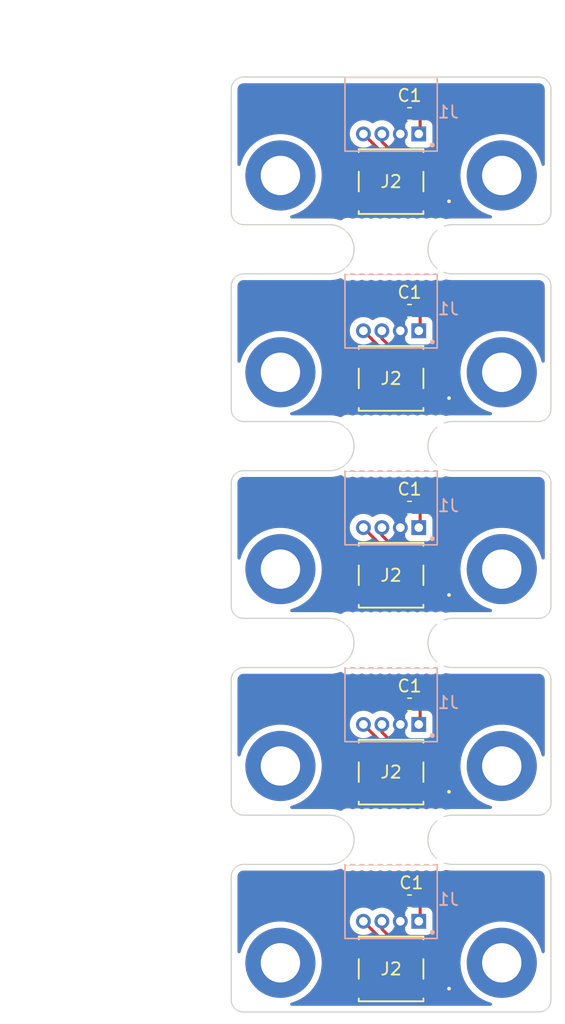
<source format=kicad_pcb>
(kicad_pcb (version 20211014) (generator pcbnew)
  (layers (0 "F.Cu" signal) (31 "B.Cu" signal) (34 "B.Paste" user) (35 "F.Paste" user) (36 "B.SilkS" user "B.Silkscreen") (37 "F.SilkS" user "F.Silkscreen") (38 "B.Mask" user) (39 "F.Mask" user) (44 "Edge.Cuts" user))
  (net 0 "")
  (net 1 "+5V")
  (net 2 "GND")
  (net 3 "/DIN")
  (net 4 "/DOUT")
  (footprint "LED-module:stamphole_4x10" (layer "F.Cu") (at 150.7305 77.004839)
    (fp_text reference "REF**" hide)
    (fp_text value "stamphole_4x10")
    (pad "" np_thru_hole circle (at 9 -3.75) (size 0.6 0.6) (drill 0.6) (layers *.Cu *.Mask))
    (pad "" np_thru_hole circle (at 9 -0.25) (size 0.6 0.6) (drill 0.6) (layers *.Cu *.Mask))
    (pad "" np_thru_hole circle (at 6.75 -3.75) (size 0.6 0.6) (drill 0.6) (layers *.Cu *.Mask))
    (pad "" np_thru_hole circle (at 3.75 -0.25) (size 0.6 0.6) (drill 0.6) (layers *.Cu *.Mask))
    (pad "" np_thru_hole circle (at 8.25 -0.25) (size 0.6 0.6) (drill 0.6) (layers *.Cu *.Mask))
    (pad "" np_thru_hole circle (at 4.5 -3.75) (size 0.6 0.6) (drill 0.6) (layers *.Cu *.Mask))
    (pad "" np_thru_hole circle (at 6 -3.75) (size 0.6 0.6) (drill 0.6) (layers *.Cu *.Mask))
    (pad "" np_thru_hole circle (at 5.25 -3.75) (size 0.6 0.6) (drill 0.6) (layers *.Cu *.Mask))
    (pad "" np_thru_hole circle (at 4.5 -0.25) (size 0.6 0.6) (drill 0.6) (layers *.Cu *.Mask))
    (pad "" np_thru_hole circle (at 2.25 -3.75) (size 0.6 0.6) (drill 0.6) (layers *.Cu *.Mask))
    (pad "" np_thru_hole circle (at 3.75 -3.75) (size 0.6 0.6) (drill 0.6) (layers *.Cu *.Mask))
    (pad "" np_thru_hole circle (at 2.25 -0.25) (size 0.6 0.6) (drill 0.6) (layers *.Cu *.Mask))
    (pad "" np_thru_hole circle (at 7.5 -0.25) (size 0.6 0.6) (drill 0.6) (layers *.Cu *.Mask))
    (pad "" np_thru_hole circle (at 7.5 -3.75) (size 0.6 0.6) (drill 0.6) (layers *.Cu *.Mask))
    (pad "" np_thru_hole circle (at 8.25 -3.75) (size 0.6 0.6) (drill 0.6) (layers *.Cu *.Mask))
    (pad "" np_thru_hole circle (at 6 -0.25) (size 0.6 0.6) (drill 0.6) (layers *.Cu *.Mask))
    (pad "" np_thru_hole circle (at 6.75 -0.25) (size 0.6 0.6) (drill 0.6) (layers *.Cu *.Mask))
    (pad "" np_thru_hole circle (at 1.5 -3.75) (size 0.6 0.6) (drill 0.6) (layers *.Cu *.Mask))
    (pad "" np_thru_hole circle (at 1.5 -0.25) (size 0.6 0.6) (drill 0.6) (layers *.Cu *.Mask))
    (pad "" np_thru_hole circle (at 3 -0.25) (size 0.6 0.6) (drill 0.6) (layers *.Cu *.Mask))
    (pad "" np_thru_hole circle (at 5.25 -0.25) (size 0.6 0.6) (drill 0.6) (layers *.Cu *.Mask))
    (pad "" np_thru_hole circle (at 3 -3.75) (size 0.6 0.6) (drill 0.6) (layers *.Cu *.Mask))
  )
  (footprint "LED-module:LED_2758_ADA" (layer "F.Cu") (at 155.7305 133.504839 180)
    (fp_text reference "J2" (at 0 0 unlocked) (layer "F.SilkS"))
    (fp_text value "Conn_02x02_Counter_Clockwise")
    (fp_line (start -2.6289 2.402639) (end -2.6289 2.6289) (layer "F.SilkS") (width 0.1524))
    (fp_line (start -2.6289 -2.6289) (end -2.6289 -2.402639) (layer "F.SilkS") (width 0.1524))
    (fp_line (start 2.6289 2.6289) (end 2.6289 2.402639) (layer "F.SilkS") (width 0.1524))
    (fp_line (start 2.6289 0.797359) (end 2.6289 -0.797359) (layer "F.SilkS") (width 0.1524))
    (fp_line (start 2.6289 -2.6289) (end -2.6289 -2.6289) (layer "F.SilkS") (width 0.1524))
    (fp_line (start -2.6289 2.6289) (end 2.6289 2.6289) (layer "F.SilkS") (width 0.1524))
    (fp_line (start -2.6289 -0.797359) (end -2.6289 0.797359) (layer "F.SilkS") (width 0.1524))
    (fp_line (start 2.6289 -2.402639) (end 2.6289 -2.6289) (layer "F.SilkS") (width 0.1524))
    (fp_circle (center -4.711501 -1.600001) (end -4.635301 -1.600001) (layer "F.SilkS") (width 0.1524) (fill none))
    (pad "1" smd rect (at -2.3622 -1.599999 180) (size 1.2954 0.9398) (layers "F.Cu" "F.Paste" "F.Mask") (net 1 "+5V"))
    (pad "2" smd rect (at -2.3622 1.599999 180) (size 1.2954 0.9398) (layers "F.Cu" "F.Paste" "F.Mask") (net 4 "/DOUT"))
    (pad "3" smd rect (at 2.3622 1.599999 180) (size 1.2954 0.9398) (layers "F.Cu" "F.Paste" "F.Mask") (net 2 "GND"))
    (pad "4" smd rect (at 2.3622 -1.599999 180) (size 1.2954 0.9398) (layers "F.Cu" "F.Paste" "F.Mask") (net 3 "/DIN"))
  )
  (footprint "LED-module:LED_2758_ADA" (layer "F.Cu") (at 155.7305 69.504839 180)
    (fp_text reference "J2" (at 0 0 unlocked) (layer "F.SilkS"))
    (fp_text value "Conn_02x02_Counter_Clockwise")
    (fp_line (start 2.6289 0.797359) (end 2.6289 -0.797359) (layer "F.SilkS") (width 0.1524))
    (fp_line (start 2.6289 2.6289) (end 2.6289 2.402639) (layer "F.SilkS") (width 0.1524))
    (fp_line (start 2.6289 -2.402639) (end 2.6289 -2.6289) (layer "F.SilkS") (width 0.1524))
    (fp_line (start -2.6289 -0.797359) (end -2.6289 0.797359) (layer "F.SilkS") (width 0.1524))
    (fp_line (start -2.6289 -2.6289) (end -2.6289 -2.402639) (layer "F.SilkS") (width 0.1524))
    (fp_line (start 2.6289 -2.6289) (end -2.6289 -2.6289) (layer "F.SilkS") (width 0.1524))
    (fp_line (start -2.6289 2.6289) (end 2.6289 2.6289) (layer "F.SilkS") (width 0.1524))
    (fp_line (start -2.6289 2.402639) (end -2.6289 2.6289) (layer "F.SilkS") (width 0.1524))
    (fp_circle (center -4.711501 -1.600001) (end -4.635301 -1.600001) (layer "F.SilkS") (width 0.1524) (fill none))
    (pad "1" smd rect (at -2.3622 -1.599999 180) (size 1.2954 0.9398) (layers "F.Cu" "F.Paste" "F.Mask") (net 1 "+5V"))
    (pad "2" smd rect (at -2.3622 1.599999 180) (size 1.2954 0.9398) (layers "F.Cu" "F.Paste" "F.Mask") (net 4 "/DOUT"))
    (pad "3" smd rect (at 2.3622 1.599999 180) (size 1.2954 0.9398) (layers "F.Cu" "F.Paste" "F.Mask") (net 2 "GND"))
    (pad "4" smd rect (at 2.3622 -1.599999 180) (size 1.2954 0.9398) (layers "F.Cu" "F.Paste" "F.Mask") (net 3 "/DIN"))
  )
  (footprint "MountingHole:MountingHole_3.2mm_M3_ISO7380_Pad" (layer "F.Cu") (at 164.7305 133.004839)
    (fp_text reference "H2" hide)
    (fp_text value "MountingHole")
    (pad "1" thru_hole circle (at 0 0) (size 5.7 5.7) (drill 3.2) (layers F&B.Cu *.Mask))
  )
  (footprint "MountingHole:MountingHole_3.2mm_M3_ISO7380_Pad" (layer "F.Cu") (at 164.7305 69.004839)
    (fp_text reference "H2" hide)
    (fp_text value "MountingHole")
    (pad "1" thru_hole circle (at 0 0) (size 5.7 5.7) (drill 3.2) (layers *.Cu *.Mask))
  )
  (footprint "MountingHole:MountingHole_3.2mm_M3_ISO7380_Pad" (layer "F.Cu") (at 146.7305 133.004839)
    (fp_text reference "H1" hide)
    (fp_text value "MountingHole")
    (pad "1" thru_hole circle (at 0 0) (size 5.7 5.7) (drill 3.2) (layers F&B.Cu *.Mask))
  )
  (footprint "LED-module:stamphole_4x10" (layer "F.Cu") (at 150.7305 109.004839)
    (fp_text reference "REF**" hide)
    (fp_text value "stamphole_4x10")
    (pad "" np_thru_hole circle (at 8.25 -0.25) (size 0.6 0.6) (drill 0.6) (layers F&B.Cu *.Mask))
    (pad "" np_thru_hole circle (at 3 -0.25) (size 0.6 0.6) (drill 0.6) (layers F&B.Cu *.Mask))
    (pad "" np_thru_hole circle (at 5.25 -3.75) (size 0.6 0.6) (drill 0.6) (layers F&B.Cu *.Mask))
    (pad "" np_thru_hole circle (at 6 -3.75) (size 0.6 0.6) (drill 0.6) (layers F&B.Cu *.Mask))
    (pad "" np_thru_hole circle (at 3.75 -3.75) (size 0.6 0.6) (drill 0.6) (layers F&B.Cu *.Mask))
    (pad "" np_thru_hole circle (at 4.5 -3.75) (size 0.6 0.6) (drill 0.6) (layers F&B.Cu *.Mask))
    (pad "" np_thru_hole circle (at 9 -0.25) (size 0.6 0.6) (drill 0.6) (layers F&B.Cu *.Mask))
    (pad "" np_thru_hole circle (at 8.25 -3.75) (size 0.6 0.6) (drill 0.6) (layers F&B.Cu *.Mask))
    (pad "" np_thru_hole circle (at 9 -3.75) (size 0.6 0.6) (drill 0.6) (layers F&B.Cu *.Mask))
    (pad "" np_thru_hole circle (at 2.25 -3.75) (size 0.6 0.6) (drill 0.6) (layers F&B.Cu *.Mask))
    (pad "" np_thru_hole circle (at 3.75 -0.25) (size 0.6 0.6) (drill 0.6) (layers F&B.Cu *.Mask))
    (pad "" np_thru_hole circle (at 5.25 -0.25) (size 0.6 0.6) (drill 0.6) (layers F&B.Cu *.Mask))
    (pad "" np_thru_hole circle (at 6.75 -3.75) (size 0.6 0.6) (drill 0.6) (layers F&B.Cu *.Mask))
    (pad "" np_thru_hole circle (at 7.5 -3.75) (size 0.6 0.6) (drill 0.6) (layers F&B.Cu *.Mask))
    (pad "" np_thru_hole circle (at 1.5 -3.75) (size 0.6 0.6) (drill 0.6) (layers F&B.Cu *.Mask))
    (pad "" np_thru_hole circle (at 7.5 -0.25) (size 0.6 0.6) (drill 0.6) (layers F&B.Cu *.Mask))
    (pad "" np_thru_hole circle (at 3 -3.75) (size 0.6 0.6) (drill 0.6) (layers F&B.Cu *.Mask))
    (pad "" np_thru_hole circle (at 4.5 -0.25) (size 0.6 0.6) (drill 0.6) (layers F&B.Cu *.Mask))
    (pad "" np_thru_hole circle (at 6.75 -0.25) (size 0.6 0.6) (drill 0.6) (layers F&B.Cu *.Mask))
    (pad "" np_thru_hole circle (at 1.5 -0.25) (size 0.6 0.6) (drill 0.6) (layers F&B.Cu *.Mask))
    (pad "" np_thru_hole circle (at 2.25 -0.25) (size 0.6 0.6) (drill 0.6) (layers F&B.Cu *.Mask))
    (pad "" np_thru_hole circle (at 6 -0.25) (size 0.6 0.6) (drill 0.6) (layers F&B.Cu *.Mask))
  )
  (footprint "LED-module:LED_2758_ADA" (layer "F.Cu") (at 155.7305 101.504839 180)
    (fp_text reference "J2" (at 0 0 unlocked) (layer "F.SilkS"))
    (fp_text value "Conn_02x02_Counter_Clockwise")
    (fp_line (start -2.6289 -2.6289) (end -2.6289 -2.402639) (layer "F.SilkS") (width 0.1524))
    (fp_line (start 2.6289 -2.402639) (end 2.6289 -2.6289) (layer "F.SilkS") (width 0.1524))
    (fp_line (start 2.6289 0.797359) (end 2.6289 -0.797359) (layer "F.SilkS") (width 0.1524))
    (fp_line (start 2.6289 2.6289) (end 2.6289 2.402639) (layer "F.SilkS") (width 0.1524))
    (fp_line (start -2.6289 2.6289) (end 2.6289 2.6289) (layer "F.SilkS") (width 0.1524))
    (fp_line (start -2.6289 -0.797359) (end -2.6289 0.797359) (layer "F.SilkS") (width 0.1524))
    (fp_line (start -2.6289 2.402639) (end -2.6289 2.6289) (layer "F.SilkS") (width 0.1524))
    (fp_line (start 2.6289 -2.6289) (end -2.6289 -2.6289) (layer "F.SilkS") (width 0.1524))
    (fp_circle (center -4.711501 -1.600001) (end -4.635301 -1.600001) (layer "F.SilkS") (width 0.1524) (fill none))
    (pad "1" smd rect (at -2.3622 -1.599999 180) (size 1.2954 0.9398) (layers "F.Cu" "F.Paste" "F.Mask") (net 1 "+5V"))
    (pad "2" smd rect (at -2.3622 1.599999 180) (size 1.2954 0.9398) (layers "F.Cu" "F.Paste" "F.Mask") (net 4 "/DOUT"))
    (pad "3" smd rect (at 2.3622 1.599999 180) (size 1.2954 0.9398) (layers "F.Cu" "F.Paste" "F.Mask") (net 2 "GND"))
    (pad "4" smd rect (at 2.3622 -1.599999 180) (size 1.2954 0.9398) (layers "F.Cu" "F.Paste" "F.Mask") (net 3 "/DIN"))
  )
  (footprint "MountingHole:MountingHole_3.2mm_M3_ISO7380_Pad" (layer "F.Cu") (at 164.7305 101.004839)
    (fp_text reference "H2" hide)
    (fp_text value "MountingHole")
    (pad "1" thru_hole circle (at 0 0) (size 5.7 5.7) (drill 3.2) (layers F&B.Cu *.Mask))
  )
  (footprint "Capacitor_SMD:C_0603_1608Metric_Pad1.08x0.95mm_HandSolder" (layer "F.Cu") (at 157.2305 64.004839 180)
    (fp_text reference "C1" (at 0 1.5) (layer "F.SilkS"))
    (fp_text value "C")
    (fp_line (start -0.146267 -0.51) (end 0.146267 -0.51) (layer "F.SilkS") (width 0.12))
    (fp_line (start -0.146267 0.51) (end 0.146267 0.51) (layer "F.SilkS") (width 0.12))
    (pad "1" smd roundrect (at -0.8625 0 180) (size 1.075 0.95) (layers "F.Cu" "F.Paste" "F.Mask") (net 1 "+5V"))
    (pad "2" smd roundrect (at 0.8625 0 180) (size 1.075 0.95) (layers "F.Cu" "F.Paste" "F.Mask") (net 2 "GND"))
  )
  (footprint "LED-module:stamphole_4x10" (layer "F.Cu") (at 150.7305 93.004839)
    (fp_text reference "REF**" hide)
    (fp_text value "stamphole_4x10")
    (pad "" np_thru_hole circle (at 7.5 -0.25) (size 0.6 0.6) (drill 0.6) (layers F&B.Cu *.Mask))
    (pad "" np_thru_hole circle (at 5.25 -0.25) (size 0.6 0.6) (drill 0.6) (layers F&B.Cu *.Mask))
    (pad "" np_thru_hole circle (at 6 -3.75) (size 0.6 0.6) (drill 0.6) (layers F&B.Cu *.Mask))
    (pad "" np_thru_hole circle (at 2.25 -3.75) (size 0.6 0.6) (drill 0.6) (layers F&B.Cu *.Mask))
    (pad "" np_thru_hole circle (at 4.5 -0.25) (size 0.6 0.6) (drill 0.6) (layers F&B.Cu *.Mask))
    (pad "" np_thru_hole circle (at 8.25 -0.25) (size 0.6 0.6) (drill 0.6) (layers F&B.Cu *.Mask))
    (pad "" np_thru_hole circle (at 6.75 -3.75) (size 0.6 0.6) (drill 0.6) (layers F&B.Cu *.Mask))
    (pad "" np_thru_hole circle (at 6 -0.25) (size 0.6 0.6) (drill 0.6) (layers F&B.Cu *.Mask))
    (pad "" np_thru_hole circle (at 9 -3.75) (size 0.6 0.6) (drill 0.6) (layers F&B.Cu *.Mask))
    (pad "" np_thru_hole circle (at 3 -0.25) (size 0.6 0.6) (drill 0.6) (layers F&B.Cu *.Mask))
    (pad "" np_thru_hole circle (at 2.25 -0.25) (size 0.6 0.6) (drill 0.6) (layers F&B.Cu *.Mask))
    (pad "" np_thru_hole circle (at 1.5 -3.75) (size 0.6 0.6) (drill 0.6) (layers F&B.Cu *.Mask))
    (pad "" np_thru_hole circle (at 4.5 -3.75) (size 0.6 0.6) (drill 0.6) (layers F&B.Cu *.Mask))
    (pad "" np_thru_hole circle (at 8.25 -3.75) (size 0.6 0.6) (drill 0.6) (layers F&B.Cu *.Mask))
    (pad "" np_thru_hole circle (at 6.75 -0.25) (size 0.6 0.6) (drill 0.6) (layers F&B.Cu *.Mask))
    (pad "" np_thru_hole circle (at 3 -3.75) (size 0.6 0.6) (drill 0.6) (layers F&B.Cu *.Mask))
    (pad "" np_thru_hole circle (at 3.75 -3.75) (size 0.6 0.6) (drill 0.6) (layers F&B.Cu *.Mask))
    (pad "" np_thru_hole circle (at 5.25 -3.75) (size 0.6 0.6) (drill 0.6) (layers F&B.Cu *.Mask))
    (pad "" np_thru_hole circle (at 3.75 -0.25) (size 0.6 0.6) (drill 0.6) (layers F&B.Cu *.Mask))
    (pad "" np_thru_hole circle (at 7.5 -3.75) (size 0.6 0.6) (drill 0.6) (layers F&B.Cu *.Mask))
    (pad "" np_thru_hole circle (at 9 -0.25) (size 0.6 0.6) (drill 0.6) (layers F&B.Cu *.Mask))
    (pad "" np_thru_hole circle (at 1.5 -0.25) (size 0.6 0.6) (drill 0.6) (layers F&B.Cu *.Mask))
  )
  (footprint "MountingHole:MountingHole_3.2mm_M3_ISO7380_Pad" (layer "F.Cu") (at 164.7305 85.004839)
    (fp_text reference "H2" hide)
    (fp_text value "MountingHole")
    (pad "1" thru_hole circle (at 0 0) (size 5.7 5.7) (drill 3.2) (layers F&B.Cu *.Mask))
  )
  (footprint "Capacitor_SMD:C_0603_1608Metric_Pad1.08x0.95mm_HandSolder" (layer "F.Cu") (at 157.2305 96.004839 180)
    (fp_text reference "C1" (at 0 1.5) (layer "F.SilkS"))
    (fp_text value "C")
    (fp_line (start -0.146267 -0.51) (end 0.146267 -0.51) (layer "F.SilkS") (width 0.12))
    (fp_line (start -0.146267 0.51) (end 0.146267 0.51) (layer "F.SilkS") (width 0.12))
    (pad "1" smd roundrect (at -0.8625 0 180) (size 1.075 0.95) (layers "F.Cu" "F.Paste" "F.Mask") (net 1 "+5V"))
    (pad "2" smd roundrect (at 0.8625 0 180) (size 1.075 0.95) (layers "F.Cu" "F.Paste" "F.Mask") (net 2 "GND"))
  )
  (footprint "MountingHole:MountingHole_3.2mm_M3_ISO7380_Pad" (layer "F.Cu") (at 146.7305 101.004839)
    (fp_text reference "H1" hide)
    (fp_text value "MountingHole")
    (pad "1" thru_hole circle (at 0 0) (size 5.7 5.7) (drill 3.2) (layers F&B.Cu *.Mask))
  )
  (footprint "Capacitor_SMD:C_0603_1608Metric_Pad1.08x0.95mm_HandSolder" (layer "F.Cu") (at 157.2305 112.004839 180)
    (fp_text reference "C1" (at 0 1.5) (layer "F.SilkS"))
    (fp_text value "C")
    (fp_line (start -0.146267 0.51) (end 0.146267 0.51) (layer "F.SilkS") (width 0.12))
    (fp_line (start -0.146267 -0.51) (end 0.146267 -0.51) (layer "F.SilkS") (width 0.12))
    (pad "1" smd roundrect (at -0.8625 0 180) (size 1.075 0.95) (layers "F.Cu" "F.Paste" "F.Mask") (net 1 "+5V"))
    (pad "2" smd roundrect (at 0.8625 0 180) (size 1.075 0.95) (layers "F.Cu" "F.Paste" "F.Mask") (net 2 "GND"))
  )
  (footprint "MountingHole:MountingHole_3.2mm_M3_ISO7380_Pad" (layer "F.Cu") (at 164.7305 117.004839)
    (fp_text reference "H2" hide)
    (fp_text value "MountingHole")
    (pad "1" thru_hole circle (at 0 0) (size 5.7 5.7) (drill 3.2) (layers F&B.Cu *.Mask))
  )
  (footprint "LED-module:stamphole_4x10" (layer "F.Cu") (at 150.7305 125.004839)
    (fp_text reference "REF**" hide)
    (fp_text value "stamphole_4x10")
    (pad "" np_thru_hole circle (at 5.25 -0.25) (size 0.6 0.6) (drill 0.6) (layers F&B.Cu *.Mask))
    (pad "" np_thru_hole circle (at 4.5 -0.25) (size 0.6 0.6) (drill 0.6) (layers F&B.Cu *.Mask))
    (pad "" np_thru_hole circle (at 9 -3.75) (size 0.6 0.6) (drill 0.6) (layers F&B.Cu *.Mask))
    (pad "" np_thru_hole circle (at 1.5 -3.75) (size 0.6 0.6) (drill 0.6) (layers F&B.Cu *.Mask))
    (pad "" np_thru_hole circle (at 6 -3.75) (size 0.6 0.6) (drill 0.6) (layers F&B.Cu *.Mask))
    (pad "" np_thru_hole circle (at 2.25 -3.75) (size 0.6 0.6) (drill 0.6) (layers F&B.Cu *.Mask))
    (pad "" np_thru_hole circle (at 3 -3.75) (size 0.6 0.6) (drill 0.6) (layers F&B.Cu *.Mask))
    (pad "" np_thru_hole circle (at 3 -0.25) (size 0.6 0.6) (drill 0.6) (layers F&B.Cu *.Mask))
    (pad "" np_thru_hole circle (at 3.75 -0.25) (size 0.6 0.6) (drill 0.6) (layers F&B.Cu *.Mask))
    (pad "" np_thru_hole circle (at 7.5 -0.25) (size 0.6 0.6) (drill 0.6) (layers F&B.Cu *.Mask))
    (pad "" np_thru_hole circle (at 4.5 -3.75) (size 0.6 0.6) (drill 0.6) (layers F&B.Cu *.Mask))
    (pad "" np_thru_hole circle (at 8.25 -3.75) (size 0.6 0.6) (drill 0.6) (layers F&B.Cu *.Mask))
    (pad "" np_thru_hole circle (at 5.25 -3.75) (size 0.6 0.6) (drill 0.6) (layers F&B.Cu *.Mask))
    (pad "" np_thru_hole circle (at 3.75 -3.75) (size 0.6 0.6) (drill 0.6) (layers F&B.Cu *.Mask))
    (pad "" np_thru_hole circle (at 1.5 -0.25) (size 0.6 0.6) (drill 0.6) (layers F&B.Cu *.Mask))
    (pad "" np_thru_hole circle (at 9 -0.25) (size 0.6 0.6) (drill 0.6) (layers F&B.Cu *.Mask))
    (pad "" np_thru_hole circle (at 6.75 -3.75) (size 0.6 0.6) (drill 0.6) (layers F&B.Cu *.Mask))
    (pad "" np_thru_hole circle (at 6 -0.25) (size 0.6 0.6) (drill 0.6) (layers F&B.Cu *.Mask))
    (pad "" np_thru_hole circle (at 2.25 -0.25) (size 0.6 0.6) (drill 0.6) (layers F&B.Cu *.Mask))
    (pad "" np_thru_hole circle (at 8.25 -0.25) (size 0.6 0.6) (drill 0.6) (layers F&B.Cu *.Mask))
    (pad "" np_thru_hole circle (at 6.75 -0.25) (size 0.6 0.6) (drill 0.6) (layers F&B.Cu *.Mask))
    (pad "" np_thru_hole circle (at 7.5 -3.75) (size 0.6 0.6) (drill 0.6) (layers F&B.Cu *.Mask))
  )
  (footprint "MountingHole:MountingHole_3.2mm_M3_ISO7380_Pad" (layer "F.Cu") (at 146.7305 85.004839)
    (fp_text reference "H1" hide)
    (fp_text value "MountingHole")
    (pad "1" thru_hole circle (at 0 0) (size 5.7 5.7) (drill 3.2) (layers F&B.Cu *.Mask))
  )
  (footprint "Capacitor_SMD:C_0603_1608Metric_Pad1.08x0.95mm_HandSolder" (layer "F.Cu") (at 157.2305 80.004839 180)
    (fp_text reference "C1" (at 0 1.5) (layer "F.SilkS"))
    (fp_text value "C")
    (fp_line (start -0.146267 0.51) (end 0.146267 0.51) (layer "F.SilkS") (width 0.12))
    (fp_line (start -0.146267 -0.51) (end 0.146267 -0.51) (layer "F.SilkS") (width 0.12))
    (pad "1" smd roundrect (at -0.8625 0 180) (size 1.075 0.95) (layers "F.Cu" "F.Paste" "F.Mask") (net 1 "+5V"))
    (pad "2" smd roundrect (at 0.8625 0 180) (size 1.075 0.95) (layers "F.Cu" "F.Paste" "F.Mask") (net 2 "GND"))
  )
  (footprint "Capacitor_SMD:C_0603_1608Metric_Pad1.08x0.95mm_HandSolder" (layer "F.Cu") (at 157.2305 128.004839 180)
    (fp_text reference "C1" (at -0.146267 1.5) (layer "F.SilkS"))
    (fp_text value "C")
    (fp_line (start -0.146267 -0.51) (end 0.146267 -0.51) (layer "F.SilkS") (width 0.12))
    (fp_line (start -0.146267 0.51) (end 0.146267 0.51) (layer "F.SilkS") (width 0.12))
    (pad "1" smd roundrect (at -0.8625 0 180) (size 1.075 0.95) (layers "F.Cu" "F.Paste" "F.Mask") (net 1 "+5V"))
    (pad "2" smd roundrect (at 0.8625 0 180) (size 1.075 0.95) (layers "F.Cu" "F.Paste" "F.Mask") (net 2 "GND"))
  )
  (footprint "MountingHole:MountingHole_3.2mm_M3_ISO7380_Pad" (layer "F.Cu") (at 146.7305 117.004839)
    (fp_text reference "H1" hide)
    (fp_text value "MountingHole")
    (pad "1" thru_hole circle (at 0 0) (size 5.7 5.7) (drill 3.2) (layers F&B.Cu *.Mask))
  )
  (footprint "LED-module:LED_2758_ADA" (layer "F.Cu") (at 155.7305 117.504839 180)
    (fp_text reference "J2" (at 0 0 unlocked) (layer "F.SilkS"))
    (fp_text value "Conn_02x02_Counter_Clockwise")
    (fp_line (start -2.6289 -0.797359) (end -2.6289 0.797359) (layer "F.SilkS") (width 0.1524))
    (fp_line (start 2.6289 -2.402639) (end 2.6289 -2.6289) (layer "F.SilkS") (width 0.1524))
    (fp_line (start 2.6289 -2.6289) (end -2.6289 -2.6289) (layer "F.SilkS") (width 0.1524))
    (fp_line (start 2.6289 2.6289) (end 2.6289 2.402639) (layer "F.SilkS") (width 0.1524))
    (fp_line (start -2.6289 2.402639) (end -2.6289 2.6289) (layer "F.SilkS") (width 0.1524))
    (fp_line (start 2.6289 0.797359) (end 2.6289 -0.797359) (layer "F.SilkS") (width 0.1524))
    (fp_line (start -2.6289 2.6289) (end 2.6289 2.6289) (layer "F.SilkS") (width 0.1524))
    (fp_line (start -2.6289 -2.6289) (end -2.6289 -2.402639) (layer "F.SilkS") (width 0.1524))
    (fp_circle (center -4.711501 -1.600001) (end -4.635301 -1.600001) (layer "F.SilkS") (width 0.1524) (fill none))
    (pad "1" smd rect (at -2.3622 -1.599999 180) (size 1.2954 0.9398) (layers "F.Cu" "F.Paste" "F.Mask") (net 1 "+5V"))
    (pad "2" smd rect (at -2.3622 1.599999 180) (size 1.2954 0.9398) (layers "F.Cu" "F.Paste" "F.Mask") (net 4 "/DOUT"))
    (pad "3" smd rect (at 2.3622 1.599999 180) (size 1.2954 0.9398) (layers "F.Cu" "F.Paste" "F.Mask") (net 2 "GND"))
    (pad "4" smd rect (at 2.3622 -1.599999 180) (size 1.2954 0.9398) (layers "F.Cu" "F.Paste" "F.Mask") (net 3 "/DIN"))
  )
  (footprint "LED-module:LED_2758_ADA" (layer "F.Cu") (at 155.7305 85.504839 180)
    (fp_text reference "J2" (at 0 0 unlocked) (layer "F.SilkS"))
    (fp_text value "Conn_02x02_Counter_Clockwise")
    (fp_line (start -2.6289 -0.797359) (end -2.6289 0.797359) (layer "F.SilkS") (width 0.1524))
    (fp_line (start -2.6289 -2.6289) (end -2.6289 -2.402639) (layer "F.SilkS") (width 0.1524))
    (fp_line (start -2.6289 2.402639) (end -2.6289 2.6289) (layer "F.SilkS") (width 0.1524))
    (fp_line (start 2.6289 2.6289) (end 2.6289 2.402639) (layer "F.SilkS") (width 0.1524))
    (fp_line (start -2.6289 2.6289) (end 2.6289 2.6289) (layer "F.SilkS") (width 0.1524))
    (fp_line (start 2.6289 -2.402639) (end 2.6289 -2.6289) (layer "F.SilkS") (width 0.1524))
    (fp_line (start 2.6289 -2.6289) (end -2.6289 -2.6289) (layer "F.SilkS") (width 0.1524))
    (fp_line (start 2.6289 0.797359) (end 2.6289 -0.797359) (layer "F.SilkS") (width 0.1524))
    (fp_circle (center -4.711501 -1.600001) (end -4.635301 -1.600001) (layer "F.SilkS") (width 0.1524) (fill none))
    (pad "1" smd rect (at -2.3622 -1.599999 180) (size 1.2954 0.9398) (layers "F.Cu" "F.Paste" "F.Mask") (net 1 "+5V"))
    (pad "2" smd rect (at -2.3622 1.599999 180) (size 1.2954 0.9398) (layers "F.Cu" "F.Paste" "F.Mask") (net 4 "/DOUT"))
    (pad "3" smd rect (at 2.3622 1.599999 180) (size 1.2954 0.9398) (layers "F.Cu" "F.Paste" "F.Mask") (net 2 "GND"))
    (pad "4" smd rect (at 2.3622 -1.599999 180) (size 1.2954 0.9398) (layers "F.Cu" "F.Paste" "F.Mask") (net 3 "/DIN"))
  )
  (footprint "MountingHole:MountingHole_3.2mm_M3_ISO7380_Pad" (layer "F.Cu") (at 146.7305 69.004839)
    (fp_text reference "H1" hide)
    (fp_text value "MountingHole")
    (pad "1" thru_hole circle (at 0 0) (size 5.7 5.7) (drill 3.2) (layers *.Cu *.Mask))
  )
  (footprint "LED-module:JST_S4B-ZR_LF__SN_" (layer "B.Cu") (at 155.7305 97.629839 180)
    (fp_text reference "J1" (at -4.646725 1.779485) (layer "B.SilkS") (effects (font (size 1.002528 1.002528)) (justify mirror)))
    (fp_text value "Conn_01x04")
    (fp_line (start 3.75 4.6) (end 3.75 -1.4) (layer "B.SilkS") (width 0.127))
    (fp_line (start -3.75 -1.4) (end -3.75 4.6) (layer "B.SilkS") (width 0.127))
    (fp_line (start 3.75 -1.4) (end -3.75 -1.4) (layer "B.SilkS") (width 0.127))
    (fp_line (start -3.75 4.6) (end 3.75 4.6) (layer "B.SilkS") (width 0.127))
    (fp_circle (center -3.35 -0.9) (end -3.25 -0.9) (layer "B.SilkS") (width 0.2) (fill none))
    (pad "1" thru_hole circle (at 2.25 0 180) (size 1.208 1.208) (drill 0.7) (layers F&B.Cu *.Mask) (net 3 "/DIN"))
    (pad "2" thru_hole circle (at 0.75 0 180) (size 1.208 1.208) (drill 0.7) (layers F&B.Cu *.Mask) (net 4 "/DOUT"))
    (pad "3" thru_hole circle (at -0.75 0 180) (size 1.208 1.208) (drill 0.7) (layers F&B.Cu *.Mask) (net 2 "GND"))
    (pad "4" thru_hole rect (at -2.25 0 180) (size 1.208 1.208) (drill 0.7) (layers F&B.Cu *.Mask) (net 1 "+5V"))
  )
  (footprint "LED-module:JST_S4B-ZR_LF__SN_" (layer "B.Cu") (at 155.7305 113.629839 180)
    (fp_text reference "J1" (at -4.646725 1.779485) (layer "B.SilkS") (effects (font (size 1.002528 1.002528)) (justify mirror)))
    (fp_text value "Conn_01x04")
    (fp_line (start -3.75 4.6) (end 3.75 4.6) (layer "B.SilkS") (width 0.127))
    (fp_line (start 3.75 4.6) (end 3.75 -1.4) (layer "B.SilkS") (width 0.127))
    (fp_line (start -3.75 -1.4) (end -3.75 4.6) (layer "B.SilkS") (width 0.127))
    (fp_line (start 3.75 -1.4) (end -3.75 -1.4) (layer "B.SilkS") (width 0.127))
    (fp_circle (center -3.35 -0.9) (end -3.25 -0.9) (layer "B.SilkS") (width 0.2) (fill none))
    (pad "1" thru_hole circle (at 2.25 0 180) (size 1.208 1.208) (drill 0.7) (layers F&B.Cu *.Mask) (net 3 "/DIN"))
    (pad "2" thru_hole circle (at 0.75 0 180) (size 1.208 1.208) (drill 0.7) (layers F&B.Cu *.Mask) (net 4 "/DOUT"))
    (pad "3" thru_hole circle (at -0.75 0 180) (size 1.208 1.208) (drill 0.7) (layers F&B.Cu *.Mask) (net 2 "GND"))
    (pad "4" thru_hole rect (at -2.25 0 180) (size 1.208 1.208) (drill 0.7) (layers F&B.Cu *.Mask) (net 1 "+5V"))
  )
  (footprint "LED-module:JST_S4B-ZR_LF__SN_" (layer "B.Cu") (at 155.7305 65.629839 180)
    (fp_text reference "J1" (at -4.646725 1.779485) (layer "B.SilkS") (effects (font (size 1.002528 1.002528)) (justify mirror)))
    (fp_text value "Conn_01x04")
    (fp_line (start -3.75 -1.4) (end -3.75 4.6) (layer "B.SilkS") (width 0.127))
    (fp_line (start 3.75 -1.4) (end -3.75 -1.4) (layer "B.SilkS") (width 0.127))
    (fp_line (start 3.75 4.6) (end 3.75 -1.4) (layer "B.SilkS") (width 0.127))
    (fp_line (start -3.75 4.6) (end 3.75 4.6) (layer "B.SilkS") (width 0.127))
    (fp_circle (center -3.35 -0.9) (end -3.25 -0.9) (layer "B.SilkS") (width 0.2) (fill none))
    (pad "1" thru_hole circle (at 2.25 0 180) (size 1.208 1.208) (drill 0.7) (layers *.Cu *.Mask) (net 3 "/DIN"))
    (pad "2" thru_hole circle (at 0.75 0 180) (size 1.208 1.208) (drill 0.7) (layers *.Cu *.Mask) (net 4 "/DOUT"))
    (pad "3" thru_hole circle (at -0.75 0 180) (size 1.208 1.208) (drill 0.7) (layers *.Cu *.Mask) (net 2 "GND"))
    (pad "4" thru_hole rect (at -2.25 0 180) (size 1.208 1.208) (drill 0.7) (layers *.Cu *.Mask) (net 1 "+5V"))
  )
  (footprint "LED-module:JST_S4B-ZR_LF__SN_" (layer "B.Cu") (at 155.7305 81.629839 180)
    (fp_text reference "J1" (at -4.646725 1.779485) (layer "B.SilkS") (effects (font (size 1.002528 1.002528)) (justify mirror)))
    (fp_text value "Conn_01x04")
    (fp_line (start 3.75 4.6) (end 3.75 -1.4) (layer "B.SilkS") (width 0.127))
    (fp_line (start -3.75 4.6) (end 3.75 4.6) (layer "B.SilkS") (width 0.127))
    (fp_line (start 3.75 -1.4) (end -3.75 -1.4) (layer "B.SilkS") (width 0.127))
    (fp_line (start -3.75 -1.4) (end -3.75 4.6) (layer "B.SilkS") (width 0.127))
    (fp_circle (center -3.35 -0.9) (end -3.25 -0.9) (layer "B.SilkS") (width 0.2) (fill none))
    (pad "1" thru_hole circle (at 2.25 0 180) (size 1.208 1.208) (drill 0.7) (layers F&B.Cu *.Mask) (net 3 "/DIN"))
    (pad "2" thru_hole circle (at 0.75 0 180) (size 1.208 1.208) (drill 0.7) (layers F&B.Cu *.Mask) (net 4 "/DOUT"))
    (pad "3" thru_hole circle (at -0.75 0 180) (size 1.208 1.208) (drill 0.7) (layers F&B.Cu *.Mask) (net 2 "GND"))
    (pad "4" thru_hole rect (at -2.25 0 180) (size 1.208 1.208) (drill 0.7) (layers F&B.Cu *.Mask) (net 1 "+5V"))
  )
  (footprint "LED-module:JST_S4B-ZR_LF__SN_" (layer "B.Cu") (at 155.7305 129.629839 180)
    (fp_text reference "J1" (at -4.646725 1.779485) (layer "B.SilkS") (effects (font (size 1.002528 1.002528)) (justify mirror)))
    (fp_text value "Conn_01x04")
    (fp_line (start -3.75 -1.4) (end -3.75 4.6) (layer "B.SilkS") (width 0.127))
    (fp_line (start 3.75 4.6) (end 3.75 -1.4) (layer "B.SilkS") (width 0.127))
    (fp_line (start 3.75 -1.4) (end -3.75 -1.4) (layer "B.SilkS") (width 0.127))
    (fp_line (start -3.75 4.6) (end 3.75 4.6) (layer "B.SilkS") (width 0.127))
    (fp_circle (center -3.35 -0.9) (end -3.25 -0.9) (layer "B.SilkS") (width 0.2) (fill none))
    (pad "1" thru_hole circle (at 2.25 0 180) (size 1.208 1.208) (drill 0.7) (layers F&B.Cu *.Mask) (net 3 "/DIN"))
    (pad "2" thru_hole circle (at 0.75 0 180) (size 1.208 1.208) (drill 0.7) (layers F&B.Cu *.Mask) (net 4 "/DOUT"))
    (pad "3" thru_hole circle (at -0.75 0 180) (size 1.208 1.208) (drill 0.7) (layers F&B.Cu *.Mask) (net 2 "GND"))
    (pad "4" thru_hole rect (at -2.25 0 180) (size 1.208 1.208) (drill 0.7) (layers F&B.Cu *.Mask) (net 1 "+5V"))
  )
  (gr_line (start 160.7305 77.004839) (end 167.7305 77.004839) (layer "Edge.Cuts") (width 0.1))
  (gr_arc (start 142.7305 78.004839) (mid 143.023393 77.297732) (end 143.7305 77.004839) (layer "Edge.Cuts") (width 0.1))
  (gr_line (start 168.7305 120.004839) (end 168.7305 110.004839) (layer "Edge.Cuts") (width 0.1))
  (gr_line (start 168.7305 72.004839) (end 168.7305 62.004839) (layer "Edge.Cuts") (width 0.1))
  (gr_line (start 168.7305 136.004839) (end 168.7305 126.004839) (layer "Edge.Cuts") (width 0.1))
  (gr_line (start 143.7305 77.004839) (end 150.7305 77.004839) (layer "Edge.Cuts") (width 0.1))
  (gr_arc (start 150.7305 89.004839) (mid 152.7305 91.004839) (end 150.7305 93.004839) (layer "Edge.Cuts") (width 0.1))
  (gr_line (start 142.7305 78.004839) (end 142.7305 88.004839) (layer "Edge.Cuts") (width 0.1))
  (gr_arc (start 142.7305 110.004839) (mid 143.023393 109.297732) (end 143.7305 109.004839) (layer "Edge.Cuts") (width 0.1))
  (gr_line (start 143.7305 89.004839) (end 150.7305 89.004839) (layer "Edge.Cuts") (width 0.1))
  (gr_arc (start 168.7305 104.004839) (mid 168.437607 104.711946) (end 167.7305 105.004839) (layer "Edge.Cuts") (width 0.1))
  (gr_line (start 160.7305 89.004839) (end 167.7305 89.004839) (layer "Edge.Cuts") (width 0.1))
  (gr_line (start 143.7305 61.004839) (end 167.7305 61.004839) (layer "Edge.Cuts") (width 0.1))
  (gr_line (start 160.7305 73.004839) (end 167.7305 73.004839) (layer "Edge.Cuts") (width 0.1))
  (gr_line (start 160.7305 105.004839) (end 167.7305 105.004839) (layer "Edge.Cuts") (width 0.1))
  (gr_arc (start 150.7305 121.004839) (mid 152.7305 123.004839) (end 150.7305 125.004839) (layer "Edge.Cuts") (width 0.1))
  (gr_line (start 143.7305 109.004839) (end 150.7305 109.004839) (layer "Edge.Cuts") (width 0.1))
  (gr_arc (start 167.7305 93.004839) (mid 168.437607 93.297732) (end 168.7305 94.004839) (layer "Edge.Cuts") (width 0.1))
  (gr_line (start 160.7305 125.004839) (end 167.7305 125.004839) (layer "Edge.Cuts") (width 0.1))
  (gr_arc (start 143.7305 121.004839) (mid 143.023393 120.711946) (end 142.7305 120.004839) (layer "Edge.Cuts") (width 0.1))
  (gr_arc (start 150.7305 105.004839) (mid 152.7305 107.004839) (end 150.7305 109.004839) (layer "Edge.Cuts") (width 0.1))
  (gr_line (start 160.7305 137.004839) (end 167.7305 137.004839) (layer "Edge.Cuts") (width 0.1))
  (gr_arc (start 160.7305 109.004839) (mid 158.7305 107.004839) (end 160.7305 105.004839) (layer "Edge.Cuts") (width 0.1))
  (gr_arc (start 142.7305 62.004839) (mid 143.023393 61.297732) (end 143.7305 61.004839) (layer "Edge.Cuts") (width 0.1))
  (gr_arc (start 167.7305 109.004839) (mid 168.437607 109.297732) (end 168.7305 110.004839) (layer "Edge.Cuts") (width 0.1))
  (gr_arc (start 142.7305 94.004839) (mid 143.023393 93.297732) (end 143.7305 93.004839) (layer "Edge.Cuts") (width 0.1))
  (gr_arc (start 168.7305 136.004839) (mid 168.437607 136.711946) (end 167.7305 137.004839) (layer "Edge.Cuts") (width 0.1))
  (gr_line (start 143.7305 125.004839) (end 150.7305 125.004839) (layer "Edge.Cuts") (width 0.1))
  (gr_arc (start 168.7305 72.004839) (mid 168.437607 72.711946) (end 167.7305 73.004839) (layer "Edge.Cuts") (width 0.1))
  (gr_arc (start 143.7305 73.004839) (mid 143.023393 72.711946) (end 142.7305 72.004839) (layer "Edge.Cuts") (width 0.1))
  (gr_arc (start 168.7305 88.004839) (mid 168.437607 88.711946) (end 167.7305 89.004839) (layer "Edge.Cuts") (width 0.1))
  (gr_line (start 142.7305 62.004839) (end 142.7305 72.004839) (layer "Edge.Cuts") (width 0.1))
  (gr_arc (start 168.7305 120.004839) (mid 168.437607 120.711946) (end 167.7305 121.004839) (layer "Edge.Cuts") (width 0.1))
  (gr_line (start 150.7305 137.004839) (end 160.7305 137.004839) (layer "Edge.Cuts") (width 0.1))
  (gr_arc (start 167.7305 125.004839) (mid 168.437607 125.297732) (end 168.7305 126.004839) (layer "Edge.Cuts") (width 0.1))
  (gr_line (start 142.7305 94.004839) (end 142.7305 104.004839) (layer "Edge.Cuts") (width 0.1))
  (gr_arc (start 167.7305 77.004839) (mid 168.437607 77.297732) (end 168.7305 78.004839) (layer "Edge.Cuts") (width 0.1))
  (gr_line (start 168.7305 88.004839) (end 168.7305 78.004839) (layer "Edge.Cuts") (width 0.1))
  (gr_arc (start 160.7305 125.004839) (mid 158.7305 123.004839) (end 160.7305 121.004839) (layer "Edge.Cuts") (width 0.1))
  (gr_arc (start 160.7305 77.004839) (mid 158.7305 75.004839) (end 160.7305 73.004839) (layer "Edge.Cuts") (width 0.1))
  (gr_line (start 142.7305 110.004839) (end 142.7305 120.004839) (layer "Edge.Cuts") (width 0.1))
  (gr_arc (start 167.7305 61.004839) (mid 168.437607 61.297732) (end 168.7305 62.004839) (layer "Edge.Cuts") (width 0.1))
  (gr_line (start 160.7305 121.004839) (end 167.7305 121.004839) (layer "Edge.Cuts") (width 0.1))
  (gr_arc (start 142.7305 126.004839) (mid 143.023393 125.297732) (end 143.7305 125.004839) (layer "Edge.Cuts") (width 0.1))
  (gr_line (start 143.7305 73.004839) (end 150.7305 73.004839) (layer "Edge.Cuts") (width 0.1))
  (gr_line (start 143.7305 105.004839) (end 150.7305 105.004839) (layer "Edge.Cuts") (width 0.1))
  (gr_arc (start 143.7305 105.004839) (mid 143.023393 104.711946) (end 142.7305 104.004839) (layer "Edge.Cuts") (width 0.1))
  (gr_line (start 143.7305 137.004839) (end 150.7305 137.004839) (layer "Edge.Cuts") (width 0.1))
  (gr_line (start 160.7305 93.004839) (end 167.7305 93.004839) (layer "Edge.Cuts") (width 0.1))
  (gr_arc (start 143.7305 89.004839) (mid 143.023393 88.711946) (end 142.7305 88.004839) (layer "Edge.Cuts") (width 0.1))
  (gr_arc (start 160.7305 93.004839) (mid 158.7305 91.004839) (end 160.7305 89.004839) (layer "Edge.Cuts") (width 0.1))
  (gr_line (start 160.7305 109.004839) (end 167.7305 109.004839) (layer "Edge.Cuts") (width 0.1))
  (gr_arc (start 150.7305 73.004839) (mid 152.7305 75.004839) (end 150.7305 77.004839) (layer "Edge.Cuts") (width 0.1))
  (gr_line (start 143.7305 93.004839) (end 150.7305 93.004839) (layer "Edge.Cuts") (width 0.1))
  (gr_line (start 143.7305 121.004839) (end 150.7305 121.004839) (layer "Edge.Cuts") (width 0.1))
  (gr_arc (start 143.7305 137.004839) (mid 143.023393 136.711946) (end 142.7305 136.004839) (layer "Edge.Cuts") (width 0.1))
  (gr_line (start 142.7305 126.004839) (end 142.7305 136.004839) (layer "Edge.Cuts") (width 0.1))
  (gr_line (start 168.7305 104.004839) (end 168.7305 94.004839) (layer "Edge.Cuts") (width 0.1))
  (segment (start 158.7305 96.004839) (end 159.7305 97.004839) (width 0.25) (layer "F.Cu") (net 1))
  (segment (start 158.7305 128.004839) (end 159.7305 129.004839) (width 0.25) (layer "F.Cu") (net 1))
  (segment (start 158.093 112.004839) (end 158.7305 112.004839) (width 0.25) (layer "F.Cu") (net 1))
  (segment (start 159.7305 65.004839) (end 159.7305 70.504839) (width 0.25) (layer "F.Cu") (net 1))
  (segment (start 158.093 129.517339) (end 157.9805 129.629839) (width 0.25) (layer "F.Cu") (net 1))
  (segment (start 159.7305 81.004839) (end 159.7305 86.504839) (width 0.25) (layer "F.Cu") (net 1))
  (segment (start 158.7305 80.004839) (end 159.7305 81.004839) (width 0.25) (layer "F.Cu") (net 1))
  (segment (start 158.093 65.517339) (end 157.9805 65.629839) (width 0.25) (layer "F.Cu") (net 1))
  (segment (start 158.7305 64.004839) (end 159.7305 65.004839) (width 0.25) (layer "F.Cu") (net 1))
  (segment (start 159.130501 135.104838) (end 158.0927 135.104838) (width 0.25) (layer "F.Cu") (net 1))
  (segment (start 159.7305 97.004839) (end 159.7305 102.504839) (width 0.25) (layer "F.Cu") (net 1))
  (segment (start 158.093 96.004839) (end 158.7305 96.004839) (width 0.25) (layer "F.Cu") (net 1))
  (segment (start 159.130501 119.104838) (end 158.0927 119.104838) (width 0.25) (layer "F.Cu") (net 1))
  (segment (start 158.093 80.004839) (end 158.7305 80.004839) (width 0.25) (layer "F.Cu") (net 1))
  (segment (start 159.7305 70.504839) (end 159.130501 71.104838) (width 0.25) (layer "F.Cu") (net 1))
  (segment (start 159.7305 102.504839) (end 159.130501 103.104838) (width 0.25) (layer "F.Cu") (net 1))
  (segment (start 159.130501 87.104838) (end 158.0927 87.104838) (width 0.25) (layer "F.Cu") (net 1))
  (segment (start 158.093 128.004839) (end 158.7305 128.004839) (width 0.25) (layer "F.Cu") (net 1))
  (segment (start 158.093 80.004839) (end 158.093 81.517339) (width 0.25) (layer "F.Cu") (net 1))
  (segment (start 158.093 64.004839) (end 158.093 65.517339) (width 0.25) (layer "F.Cu") (net 1))
  (segment (start 159.130501 103.104838) (end 158.0927 103.104838) (width 0.25) (layer "F.Cu") (net 1))
  (segment (start 159.7305 118.504839) (end 159.130501 119.104838) (width 0.25) (layer "F.Cu") (net 1))
  (segment (start 159.7305 86.504839) (end 159.130501 87.104838) (width 0.25) (layer "F.Cu") (net 1))
  (segment (start 158.093 128.004839) (end 158.093 129.517339) (width 0.25) (layer "F.Cu") (net 1))
  (segment (start 158.093 113.517339) (end 157.9805 113.629839) (width 0.25) (layer "F.Cu") (net 1))
  (segment (start 158.093 64.004839) (end 158.7305 64.004839) (width 0.25) (layer "F.Cu") (net 1))
  (segment (start 159.7305 129.004839) (end 159.7305 134.504839) (width 0.25) (layer "F.Cu") (net 1))
  (segment (start 158.093 112.004839) (end 158.093 113.517339) (width 0.25) (layer "F.Cu") (net 1))
  (segment (start 158.093 97.517339) (end 157.9805 97.629839) (width 0.25) (layer "F.Cu") (net 1))
  (segment (start 159.7305 134.504839) (end 159.130501 135.104838) (width 0.25) (layer "F.Cu") (net 1))
  (segment (start 159.130501 71.104838) (end 158.0927 71.104838) (width 0.25) (layer "F.Cu") (net 1))
  (segment (start 159.7305 113.004839) (end 159.7305 118.504839) (width 0.25) (layer "F.Cu") (net 1))
  (segment (start 158.093 96.004839) (end 158.093 97.517339) (width 0.25) (layer "F.Cu") (net 1))
  (segment (start 158.093 81.517339) (end 157.9805 81.629839) (width 0.25) (layer "F.Cu") (net 1))
  (segment (start 158.7305 112.004839) (end 159.7305 113.004839) (width 0.25) (layer "F.Cu") (net 1))
  (segment (start 153.4805 97.629839) (end 154.7305 98.879839) (width 0.25) (layer "F.Cu") (net 3))
  (segment (start 154.7305 98.879839) (end 154.7305 101.742638) (width 0.25) (layer "F.Cu") (net 3))
  (segment (start 154.7305 133.742638) (end 153.3683 135.104838) (width 0.25) (layer "F.Cu") (net 3))
  (segment (start 153.4805 65.629839) (end 154.7305 66.879839) (width 0.25) (layer "F.Cu") (net 3))
  (segment (start 154.7305 82.879839) (end 154.7305 85.742638) (width 0.25) (layer "F.Cu") (net 3))
  (segment (start 154.7305 66.879839) (end 154.7305 69.742638) (width 0.25) (layer "F.Cu") (net 3))
  (segment (start 154.7305 85.742638) (end 153.3683 87.104838) (width 0.25) (layer "F.Cu") (net 3))
  (segment (start 153.4805 81.629839) (end 154.7305 82.879839) (width 0.25) (layer "F.Cu") (net 3))
  (segment (start 153.4805 113.629839) (end 154.7305 114.879839) (width 0.25) (layer "F.Cu") (net 3))
  (segment (start 153.4805 129.629839) (end 154.7305 130.879839) (width 0.25) (layer "F.Cu") (net 3))
  (segment (start 154.7305 130.879839) (end 154.7305 133.742638) (width 0.25) (layer "F.Cu") (net 3))
  (segment (start 154.7305 101.742638) (end 153.3683 103.104838) (width 0.25) (layer "F.Cu") (net 3))
  (segment (start 154.7305 114.879839) (end 154.7305 117.742638) (width 0.25) (layer "F.Cu") (net 3))
  (segment (start 154.7305 69.742638) (end 153.3683 71.104838) (width 0.25) (layer "F.Cu") (net 3))
  (segment (start 154.7305 117.742638) (end 153.3683 119.104838) (width 0.25) (layer "F.Cu") (net 3))
  (segment (start 154.9805 98.254839) (end 156.630501 99.90484) (width 0.25) (layer "F.Cu") (net 4))
  (segment (start 154.9805 129.629839) (end 154.9805 130.254839) (width 0.25) (layer "F.Cu") (net 4))
  (segment (start 154.9805 82.254839) (end 156.630501 83.90484) (width 0.25) (layer "F.Cu") (net 4))
  (segment (start 156.630501 99.90484) (end 158.0927 99.90484) (width 0.25) (layer "F.Cu") (net 4))
  (segment (start 154.9805 81.629839) (end 154.9805 82.254839) (width 0.25) (layer "F.Cu") (net 4))
  (segment (start 154.9805 97.629839) (end 154.9805 98.254839) (width 0.25) (layer "F.Cu") (net 4))
  (segment (start 156.630501 115.90484) (end 158.0927 115.90484) (width 0.25) (layer "F.Cu") (net 4))
  (segment (start 156.630501 83.90484) (end 158.0927 83.90484) (width 0.25) (layer "F.Cu") (net 4))
  (segment (start 154.9805 114.254839) (end 156.630501 115.90484) (width 0.25) (layer "F.Cu") (net 4))
  (segment (start 154.9805 66.254839) (end 156.630501 67.90484) (width 0.25) (layer "F.Cu") (net 4))
  (segment (start 156.630501 131.90484) (end 158.0927 131.90484) (width 0.25) (layer "F.Cu") (net 4))
  (segment (start 154.9805 113.629839) (end 154.9805 114.254839) (width 0.25) (layer "F.Cu") (net 4))
  (segment (start 154.9805 65.629839) (end 154.9805 66.254839) (width 0.25) (layer "F.Cu") (net 4))
  (segment (start 154.9805 130.254839) (end 156.630501 131.90484) (width 0.25) (layer "F.Cu") (net 4))
  (segment (start 156.630501 67.90484) (end 158.0927 67.90484) (width 0.25) (layer "F.Cu") (net 4))
  (zone (net 2) (net_name "GND") (layers F&B.Cu) (connect_pads yes (clearance 0.508)) (min_thickness 0.254) (fill yes (thermal_gap 0.508) (thermal_bridge_width 0.508) (smoothing fillet) (radius 3))
    (polygon (pts (xy 169 138) (xy 142 138) (xy 142 61) (xy 169 61)))
  )
)
</source>
